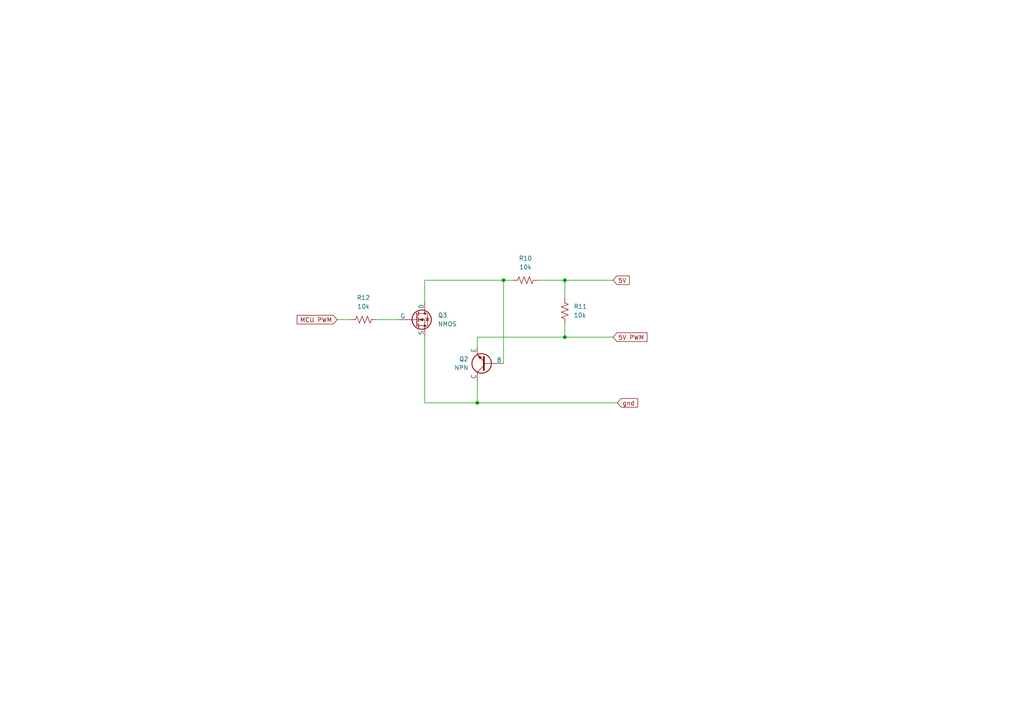
<source format=kicad_sch>
(kicad_sch (version 20250114) (generator "eeschema") (generator_version "9.0")
  (paper "A4")
  (lib_symbols
    (symbol "Device:R_US" (pin_numbers (hide yes)) (pin_names (offset 0))
      (property "Reference" "R" (at 2.54 0 90))
      (property "Value" "R_US" (at -2.54 0 90))
      (symbol "R_US_0_1"
        (polyline (pts (xy 0 2.286) (xy 0 2.54)))
        (polyline (pts (xy 0 2.286) (xy 1.016 1.905) (xy 0 1.524) (xy -1.016 1.143) (xy 0 0.762)))
        (polyline (pts (xy 0 0.762) (xy 1.016 0.381) (xy 0 0) (xy -1.016 -0.381) (xy 0 -0.762)))
        (polyline (pts (xy 0 -0.762) (xy 1.016 -1.143) (xy 0 -1.524) (xy -1.016 -1.905) (xy 0 -2.286)))
        (polyline (pts (xy 0 -2.286) (xy 0 -2.54)))
      )
      (symbol "R_US_1_1"
        (pin passive line (at 0 3.81 270) (length 1.27) (name "~") (number "1"))
        (pin passive line (at 0 -3.81 90) (length 1.27) (name "~") (number "2"))
      )
    )
    (symbol "Simulation_SPICE:NMOS" (pin_numbers (hide yes)) (pin_names (offset 0))
      (property "Reference" "Q" (at 5.08 1.27 0))
      (property "Value" "NMOS" (at 5.08 -1.27 0))
      (symbol "NMOS_0_1"
        (polyline (pts (xy 0.254 1.905) (xy 0.254 -1.905)) (stroke (width 0.254)))
        (polyline (pts (xy 0.254 0) (xy -2.54 0)))
        (polyline (pts (xy 0.762 2.286) (xy 0.762 1.27)) (stroke (width 0.254)))
        (polyline (pts (xy 0.762 0.508) (xy 0.762 -0.508)) (stroke (width 0.254)))
        (polyline (pts (xy 0.762 -1.27) (xy 0.762 -2.286)) (stroke (width 0.254)))
        (polyline (pts (xy 0.762 -1.778) (xy 3.302 -1.778) (xy 3.302 1.778) (xy 0.762 1.778)))
        (polyline (pts (xy 1.016 0) (xy 2.032 0.381) (xy 2.032 -0.381) (xy 1.016 0)) (fill (type outline)))
        (circle (center 1.651 0) (radius 2.794) (stroke (width 0.254)))
        (polyline (pts (xy 2.54 2.54) (xy 2.54 1.778)))
        (circle (center 2.54 1.778) (radius 0.254) (fill (type outline)))
        (circle (center 2.54 -1.778) (radius 0.254) (fill (type outline)))
        (polyline (pts (xy 2.54 -2.54) (xy 2.54 0) (xy 0.762 0)))
        (polyline (pts (xy 2.794 0.508) (xy 2.921 0.381) (xy 3.683 0.381) (xy 3.81 0.254)))
        (polyline (pts (xy 3.302 0.381) (xy 2.921 -0.254) (xy 3.683 -0.254) (xy 3.302 0.381)))
      )
      (symbol "NMOS_1_1"
        (pin input line (at -5.08 0 0) (length 2.54) (name "G") (number "2"))
        (pin passive line (at 2.54 5.08 270) (length 2.54) (name "D") (number "1"))
        (pin passive line (at 2.54 -5.08 90) (length 2.54) (name "S") (number "3"))
      )
    )
    (symbol "Simulation_SPICE:NPN" (pin_numbers (hide yes)) (pin_names (offset 0))
      (property "Reference" "Q" (at -2.54 7.62 0))
      (property "Value" "NPN" (at -2.54 5.08 0))
      (symbol "NPN_0_1"
        (polyline (pts (xy -2.54 0) (xy 0.635 0)) (stroke (width 0.1524)))
        (polyline (pts (xy 0.635 1.905) (xy 0.635 -1.905) (xy 0.635 -1.905)) (stroke (width 0.508)))
        (polyline (pts (xy 0.635 0.635) (xy 2.54 2.54)))
        (polyline (pts (xy 0.635 -0.635) (xy 2.54 -2.54) (xy 2.54 -2.54)))
        (circle (center 1.27 0) (radius 2.8194) (stroke (width 0.254)))
        (polyline (pts (xy 1.27 -1.778) (xy 1.778 -1.27) (xy 2.286 -2.286) (xy 1.27 -1.778) (xy 1.27 -1.778)) (fill (type outline)))
        (polyline (pts (xy 2.794 -1.27) (xy 2.794 -1.27)) (stroke (width 0.1524)))
        (polyline (pts (xy 2.794 -1.27) (xy 2.794 -1.27)) (stroke (width 0.1524)))
      )
      (symbol "NPN_1_1"
        (pin input line (at -5.08 0 0) (length 2.54) (name "B") (number "2"))
        (pin open_collector line (at 2.54 5.08 270) (length 2.54) (name "C") (number "1"))
        (pin open_emitter line (at 2.54 -5.08 90) (length 2.54) (name "E") (number "3"))
      )
    )
  )
  (junction (at 163.83 97.79))
  (junction (at 163.83 81.28))
  (junction (at 146.05 81.28))
  (junction (at 138.43 116.84))
  (wire (pts (xy 138.43 110.49) (xy 138.43 116.84)))
  (wire (pts (xy 123.19 97.79) (xy 123.19 116.84)))
  (wire (pts (xy 138.43 116.84) (xy 179.07 116.84)))
  (wire (pts (xy 123.19 116.84) (xy 138.43 116.84)))
  (wire (pts (xy 163.83 81.28) (xy 177.8 81.28)))
  (wire (pts (xy 156.21 81.28) (xy 163.83 81.28)))
  (wire (pts (xy 115.57 92.71) (xy 109.22 92.71)))
  (wire (pts (xy 163.83 81.28) (xy 163.83 86.36)))
  (wire (pts (xy 123.19 81.28) (xy 123.19 87.63)))
  (wire (pts (xy 146.05 81.28) (xy 146.05 105.41)))
  (wire (pts (xy 138.43 97.79) (xy 138.43 100.33)))
  (wire (pts (xy 146.05 81.28) (xy 123.19 81.28)))
  (wire (pts (xy 97.79 92.71) (xy 101.6 92.71)))
  (wire (pts (xy 163.83 97.79) (xy 138.43 97.79)))
  (wire (pts (xy 163.83 97.79) (xy 177.8 97.79)))
  (wire (pts (xy 163.83 93.98) (xy 163.83 97.79)))
  (wire (pts (xy 148.59 81.28) (xy 146.05 81.28)))
  (global_label "5V PWM" (shape input) (at 177.8 97.79 0) (property "Intersheetrefs" "${INTERSHEET_REFS}" (effects (hide yes))))
  (global_label "5V" (shape input) (at 177.8 81.28 0) (property "Intersheetrefs" "${INTERSHEET_REFS}" (effects (hide yes))))
  (global_label "MCU PWM" (shape input) (at 97.79 92.71 180) (property "Intersheetrefs" "${INTERSHEET_REFS}" (effects (hide yes))))
  (global_label "gnd" (shape input) (at 179.07 116.84 0) (property "Intersheetrefs" "${INTERSHEET_REFS}" (effects (hide yes))))
  (symbol (lib_id "Device:R_US") (at 152.4 81.28 270) (unit 1)
    (property "Reference" "R10" (at 152.4 74.93 90))
    (property "Value" "10k" (at 152.4 77.47 90))
    (property "Description" "Resistor, US symbol" (effects (hide yes)))
  )
  (symbol (lib_id "Device:R_US") (at 105.41 92.71 270) (unit 1)
    (property "Reference" "R12" (at 105.41 86.36 90))
    (property "Value" "10k" (at 105.41 88.9 90))
    (property "Description" "Resistor, US symbol" (effects (hide yes)))
  )
  (symbol (lib_id "Device:R_US") (at 163.83 90.17 0) (unit 1)
    (property "Reference" "R11" (at 166.37 88.8999 0) (effects (justify left)))
    (property "Value" "10k" (at 166.37 91.4399 0) (effects (justify left)))
    (property "Description" "Resistor, US symbol" (effects (hide yes)))
  )
  (symbol (lib_id "Simulation_SPICE:NMOS") (at 120.65 92.71 0) (unit 1)
    (property "Reference" "Q3" (at 127 91.4399 0) (effects (justify left)))
    (property "Value" "NMOS" (at 127 93.9799 0) (effects (justify left)))
    (property "Datasheet" "https://ngspice.sourceforge.io/docs/ngspice-html-manual/manual.xhtml#cha_MOSFETs" (effects (hide yes)))
    (property "Description" "N-MOSFET transistor, drain/source/gate" (effects (hide yes)))
    (property "Sim.Device" "NMOS" (effects (hide yes)))
    (property "Sim.Type" "VDMOS" (effects (hide yes)))
    (property "Sim.Pins" "1=D 2=G 3=S" (effects (hide yes)))
  )
  (symbol (lib_id "Simulation_SPICE:NPN") (at 140.97 105.41 180) (unit 1)
    (property "Reference" "Q2" (at 135.89 104.1399 0) (effects (justify left)))
    (property "Value" "NPN" (at 135.89 106.6799 0) (effects (justify left)))
    (property "Datasheet" "https://ngspice.sourceforge.io/docs/ngspice-html-manual/manual.xhtml#cha_BJTs" (effects (hide yes)))
    (property "Description" "Bipolar transistor symbol for simulation only, substrate tied to the emitter" (effects (hide yes)))
    (property "Sim.Device" "NPN" (effects (hide yes)))
    (property "Sim.Type" "GUMMELPOON" (effects (hide yes)))
    (property "Sim.Pins" "1=C 2=B 3=E" (effects (hide yes)))
  )
)
</source>
